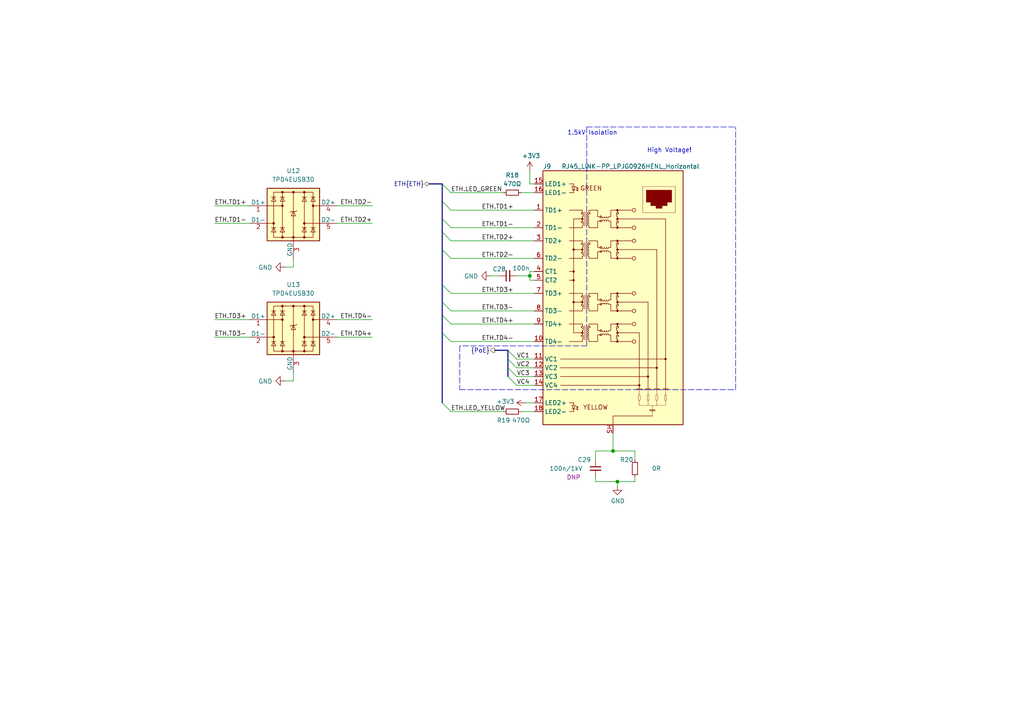
<source format=kicad_sch>
(kicad_sch (version 20210123) (generator eeschema)
  (paper "A4")
  (title_block (title "Ethernet") (date "2021-01-12") (rev "0.1") (company "Nabu Casa") (comment 1 "www.nabucasa.com") (comment 2 "Light Blue"))
  (lib_symbols
    (symbol "Device:C_Small" (pin_numbers hide) (pin_names (offset 0.254) hide)
      (property "Reference" "C" (at 0.254 1.778 0))
      (property "Value" "C_Small" (at 0.254 -2.032 0))
      (symbol "C_Small_0_1"
        (polyline (pts (xy -1.524 -0.508) (xy 1.524 -0.508)) (stroke (width 0.3302)))
        (polyline (pts (xy -1.524 0.508) (xy 1.524 0.508)) (stroke (width 0.3048)))
      )
      (symbol "C_Small_1_1"
        (pin passive line (at 0 2.54 270) (length 2.032) (name "~") (number "1"))
        (pin passive line (at 0 -2.54 90) (length 2.032) (name "~") (number "2"))
      )
    )
    (symbol "Device:R_Small" (pin_numbers hide) (pin_names (offset 0.254) hide)
      (property "Reference" "R" (at 0.762 0.508 0))
      (property "Value" "R_Small" (at 0.762 -1.016 0))
      (symbol "R_Small_0_1"
        (rectangle (start -0.762 1.778) (end 0.762 -1.778) (stroke (width 0.2032)))
      )
      (symbol "R_Small_1_1"
        (pin passive line (at 0 2.54 270) (length 0.762) (name "~") (number "1"))
        (pin passive line (at 0 -2.54 90) (length 0.762) (name "~") (number "2"))
      )
    )
    (symbol "LightBlue:RJ45_LINK-PP_LPJG0926HENL_Horizontal"
      (property "Reference" "J" (at -20.32 38.1 0))
      (property "Value" "RJ45_LINK-PP_LPJG0926HENL_Horizontal" (at 5.08 38.1 0))
      (symbol "RJ45_LINK-PP_LPJG0926HENL_Horizontal_0_0"
        (text "GREEN" (at -6.35 31.75 0) (effects (font (size 1.27 1.27))))
        (text "YELLOW" (at -5.08 -31.75 0) (effects (font (size 1.27 1.27))))
        (rectangle (start 7.366 -28.194) (end 7.874 -29.718) (stroke (width 0.0006)))
        (rectangle (start 9.906 -28.194) (end 10.414 -29.718) (stroke (width 0.0006)))
        (rectangle (start 12.446 -28.194) (end 12.954 -29.718) (stroke (width 0.0006)))
        (rectangle (start 14.986 -28.194) (end 15.494 -29.718) (stroke (width 0.0006)))
        (rectangle (start 9.652 31.242) (end 17.018 27.686) (stroke (width 0.0006)) (fill (type outline)))
        (rectangle (start 10.922 27.686) (end 15.748 26.67) (stroke (width 0.0006)) (fill (type outline)))
        (rectangle (start 12.446 26.67) (end 14.224 25.908) (stroke (width 0.0006)) (fill (type outline)))
        (rectangle (start 8.636 32.258) (end 18.034 24.638) (stroke (width 0.0006)))
        (polyline (pts (xy 7.62 -29.718) (xy 7.62 -31.242)) (stroke (width 0.0006)))
        (polyline (pts (xy 7.62 -31.242) (xy 15.24 -31.242)) (stroke (width 0.0006)))
        (polyline (pts (xy 11.43 -32.512) (xy 11.43 -31.242)) (stroke (width 0.0006)))
        (polyline (pts (xy 10.16 -29.718) (xy 10.16 -31.242)) (stroke (width 0.0006)))
        (polyline (pts (xy 12.7 -29.718) (xy 12.7 -31.242)) (stroke (width 0.0006)))
        (polyline (pts (xy 15.24 -29.718) (xy 15.24 -31.242)) (stroke (width 0.0006)))
        (polyline (pts (xy 15.24 -26.67) (xy 15.24 -28.194)) (stroke (width 0.0006)))
        (polyline (pts (xy 10.16 -26.67) (xy 10.16 -28.194)) (stroke (width 0.0006)))
        (polyline (pts (xy 12.7 -26.67) (xy 12.7 -28.194)) (stroke (width 0.0006)))
        (polyline (pts (xy 7.62 -26.67) (xy 7.62 -28.194)) (stroke (width 0.0006)))
        (polyline (pts (xy 11.43 -34.29) (xy 11.43 -32.766)) (stroke (width 0.0006)))
      )
      (symbol "RJ45_LINK-PP_LPJG0926HENL_Horizontal_0_1"
        (arc (start -8.89 -12.065) (end -8.89 -11.43) (radius (at -8.89 -11.7602) (length 0.3048) (angles -89.9 89.9)))
        (arc (start -8.89 -11.43) (end -8.89 -10.795) (radius (at -8.89 -11.1252) (length 0.3048) (angles -89.9 89.9)))
        (arc (start -8.89 -9.525) (end -8.89 -8.89) (radius (at -8.89 -9.2202) (length 0.3048) (angles -89.9 89.9)))
        (arc (start -8.89 -8.89) (end -8.89 -8.255) (radius (at -8.89 -8.5852) (length 0.3048) (angles -89.9 89.9)))
        (arc (start -8.89 -3.175) (end -8.89 -2.54) (radius (at -8.89 -2.8702) (length 0.3048) (angles -89.9 89.9)))
        (arc (start -8.89 -2.54) (end -8.89 -1.905) (radius (at -8.89 -2.2352) (length 0.3048) (angles -89.9 89.9)))
        (arc (start -8.89 -0.635) (end -8.89 0) (radius (at -8.89 -0.3302) (length 0.3048) (angles -89.9 89.9)))
        (arc (start -8.89 0) (end -8.89 0.635) (radius (at -8.89 0.3048) (length 0.3048) (angles -89.9 89.9)))
        (arc (start -8.89 12.065) (end -8.89 12.7) (radius (at -8.89 12.3698) (length 0.3048) (angles -89.9 89.9)))
        (arc (start -8.89 12.7) (end -8.89 13.335) (radius (at -8.89 13.0048) (length 0.3048) (angles -89.9 89.9)))
        (arc (start -8.89 14.605) (end -8.89 15.24) (radius (at -8.89 14.9098) (length 0.3048) (angles -89.9 89.9)))
        (arc (start -8.89 15.24) (end -8.89 15.875) (radius (at -8.89 15.5448) (length 0.3048) (angles -89.9 89.9)))
        (arc (start -8.89 20.955) (end -8.89 21.59) (radius (at -8.89 21.2598) (length 0.3048) (angles -89.9 89.9)))
        (arc (start -8.89 21.59) (end -8.89 22.225) (radius (at -8.89 21.8948) (length 0.3048) (angles -89.9 89.9)))
        (arc (start -8.89 23.495) (end -8.89 24.13) (radius (at -8.89 23.7998) (length 0.3048) (angles -89.9 89.9)))
        (arc (start -8.89 24.13) (end -8.89 24.765) (radius (at -8.89 24.4348) (length 0.3048) (angles -89.9 89.9)))
        (arc (start -6.985 -11.43) (end -6.985 -12.065) (radius (at -6.985 -11.7348) (length 0.3048) (angles 90.1 -90.1)))
        (arc (start -6.985 -10.795) (end -6.985 -11.43) (radius (at -6.985 -11.0998) (length 0.3048) (angles 90.1 -90.1)))
        (arc (start -6.985 -10.16) (end -6.985 -10.795) (radius (at -6.985 -10.4648) (length 0.3048) (angles 90.1 -90.1)))
        (arc (start -6.985 -9.525) (end -6.985 -10.16) (radius (at -6.985 -9.8298) (length 0.3048) (angles 90.1 -90.1)))
        (arc (start -6.985 -8.89) (end -6.985 -9.525) (radius (at -6.985 -9.1948) (length 0.3048) (angles 90.1 -90.1)))
        (arc (start -6.985 -8.255) (end -6.985 -8.89) (radius (at -6.985 -8.5598) (length 0.3048) (angles 90.1 -90.1)))
        (arc (start -6.985 -2.54) (end -6.985 -3.175) (radius (at -6.985 -2.8448) (length 0.3048) (angles 90.1 -90.1)))
        (arc (start -6.985 -1.905) (end -6.985 -2.54) (radius (at -6.985 -2.2098) (length 0.3048) (angles 90.1 -90.1)))
        (arc (start -6.985 -1.27) (end -6.985 -1.905) (radius (at -6.985 -1.5748) (length 0.3048) (angles 90.1 -90.1)))
        (arc (start -6.985 -0.635) (end -6.985 -1.27) (radius (at -6.985 -0.9398) (length 0.3048) (angles 90.1 -90.1)))
        (arc (start -6.985 0) (end -6.985 -0.635) (radius (at -6.985 -0.3048) (length 0.3048) (angles 90.1 -90.1)))
        (arc (start -6.985 0.635) (end -6.985 0) (radius (at -6.985 0.3302) (length 0.3048) (angles 90.1 -90.1)))
        (arc (start -6.985 12.7) (end -6.985 12.065) (radius (at -6.985 12.3952) (length 0.3048) (angles 90.1 -90.1)))
        (arc (start -6.985 13.335) (end -6.985 12.7) (radius (at -6.985 13.0302) (length 0.3048) (angles 90.1 -90.1)))
        (arc (start -6.985 13.97) (end -6.985 13.335) (radius (at -6.985 13.6652) (length 0.3048) (angles 90.1 -90.1)))
        (arc (start -6.985 14.605) (end -6.985 13.97) (radius (at -6.985 14.3002) (length 0.3048) (angles 90.1 -90.1)))
        (arc (start -6.985 15.24) (end -6.985 14.605) (radius (at -6.985 14.9352) (length 0.3048) (angles 90.1 -90.1)))
        (arc (start -6.985 15.875) (end -6.985 15.24) (radius (at -6.985 15.5702) (length 0.3048) (angles 90.1 -90.1)))
        (arc (start -6.985 21.59) (end -6.985 20.955) (radius (at -6.985 21.2852) (length 0.3048) (angles 90.1 -90.1)))
        (arc (start -6.985 22.225) (end -6.985 21.59) (radius (at -6.985 21.9202) (length 0.3048) (angles 90.1 -90.1)))
        (arc (start -6.985 22.86) (end -6.985 22.225) (radius (at -6.985 22.5552) (length 0.3048) (angles 90.1 -90.1)))
        (arc (start -6.985 23.495) (end -6.985 22.86) (radius (at -6.985 23.1902) (length 0.3048) (angles 90.1 -90.1)))
        (arc (start -6.985 24.13) (end -6.985 23.495) (radius (at -6.985 23.8252) (length 0.3048) (angles 90.1 -90.1)))
        (arc (start -6.985 24.765) (end -6.985 24.13) (radius (at -6.985 24.4602) (length 0.3048) (angles 90.1 -90.1)))
        (arc (start -3.81 -9.525) (end -3.175 -9.525) (radius (at -3.5052 -9.525) (length 0.3048) (angles -179.9 -0.1)))
        (arc (start -3.81 -0.635) (end -3.175 -0.635) (radius (at -3.5052 -0.635) (length 0.3048) (angles -179.9 -0.1)))
        (arc (start -3.81 14.605) (end -3.175 14.605) (radius (at -3.5052 14.605) (length 0.3048) (angles -179.9 -0.1)))
        (arc (start -3.81 23.495) (end -3.175 23.495) (radius (at -3.5052 23.495) (length 0.3048) (angles -179.9 -0.1)))
        (arc (start -3.175 -10.795) (end -3.81 -10.795) (radius (at -3.4798 -10.795) (length 0.3048) (angles 0.1 179.9)))
        (arc (start -3.175 -1.905) (end -3.81 -1.905) (radius (at -3.4798 -1.905) (length 0.3048) (angles 0.1 179.9)))
        (arc (start -3.175 13.335) (end -3.81 13.335) (radius (at -3.4798 13.335) (length 0.3048) (angles 0.1 179.9)))
        (arc (start -3.175 22.225) (end -3.81 22.225) (radius (at -3.4798 22.225) (length 0.3048) (angles 0.1 179.9)))
        (arc (start -3.175 -9.525) (end -2.54 -9.525) (radius (at -2.8702 -9.525) (length 0.3048) (angles -179.9 -0.1)))
        (arc (start -3.175 -0.635) (end -2.54 -0.635) (radius (at -2.8702 -0.635) (length 0.3048) (angles -179.9 -0.1)))
        (arc (start -3.175 14.605) (end -2.54 14.605) (radius (at -2.8702 14.605) (length 0.3048) (angles -179.9 -0.1)))
        (arc (start -3.175 23.495) (end -2.54 23.495) (radius (at -2.8702 23.495) (length 0.3048) (angles -179.9 -0.1)))
        (arc (start -2.54 -10.795) (end -3.175 -10.795) (radius (at -2.8448 -10.795) (length 0.3048) (angles 0.1 179.9)))
        (arc (start -2.54 -1.905) (end -3.175 -1.905) (radius (at -2.8448 -1.905) (length 0.3048) (angles 0.1 179.9)))
        (arc (start -2.54 13.335) (end -3.175 13.335) (radius (at -2.8448 13.335) (length 0.3048) (angles 0.1 179.9)))
        (arc (start -2.54 22.225) (end -3.175 22.225) (radius (at -2.8448 22.225) (length 0.3048) (angles 0.1 179.9)))
        (arc (start -2.54 -9.525) (end -1.905 -9.525) (radius (at -2.2352 -9.525) (length 0.3048) (angles -179.9 -0.1)))
        (arc (start -2.54 -0.635) (end -1.905 -0.635) (radius (at -2.2352 -0.635) (length 0.3048) (angles -179.9 -0.1)))
        (arc (start -2.54 14.605) (end -1.905 14.605) (radius (at -2.2352 14.605) (length 0.3048) (angles -179.9 -0.1)))
        (arc (start -2.54 23.495) (end -1.905 23.495) (radius (at -2.2352 23.495) (length 0.3048) (angles -179.9 -0.1)))
        (arc (start -1.905 -10.795) (end -2.54 -10.795) (radius (at -2.2098 -10.795) (length 0.3048) (angles 0.1 179.9)))
        (arc (start -1.905 -1.905) (end -2.54 -1.905) (radius (at -2.2098 -1.905) (length 0.3048) (angles 0.1 179.9)))
        (arc (start -1.905 13.335) (end -2.54 13.335) (radius (at -2.2098 13.335) (length 0.3048) (angles 0.1 179.9)))
        (arc (start -1.905 22.225) (end -2.54 22.225) (radius (at -2.2098 22.225) (length 0.3048) (angles 0.1 179.9)))
        (arc (start -1.905 -9.525) (end -1.27 -9.525) (radius (at -1.6002 -9.525) (length 0.3048) (angles -179.9 -0.1)))
        (arc (start -1.905 -0.635) (end -1.27 -0.635) (radius (at -1.6002 -0.635) (length 0.3048) (angles -179.9 -0.1)))
        (arc (start -1.905 14.605) (end -1.27 14.605) (radius (at -1.6002 14.605) (length 0.3048) (angles -179.9 -0.1)))
        (arc (start -1.905 23.495) (end -1.27 23.495) (radius (at -1.6002 23.495) (length 0.3048) (angles -179.9 -0.1)))
        (arc (start -1.27 -10.795) (end -1.905 -10.795) (radius (at -1.5748 -10.795) (length 0.3048) (angles 0.1 179.9)))
        (arc (start -1.27 -1.905) (end -1.905 -1.905) (radius (at -1.5748 -1.905) (length 0.3048) (angles 0.1 179.9)))
        (arc (start -1.27 13.335) (end -1.905 13.335) (radius (at -1.5748 13.335) (length 0.3048) (angles 0.1 179.9)))
        (arc (start -1.27 22.225) (end -1.905 22.225) (radius (at -1.5748 22.225) (length 0.3048) (angles 0.1 179.9)))
        (arc (start 1.27 -11.43) (end 1.27 -12.065) (radius (at 1.27 -11.7602) (length 0.3048) (angles 90.1 -90.1)))
        (arc (start 1.27 -10.795) (end 1.27 -11.43) (radius (at 1.27 -11.1252) (length 0.3048) (angles 90.1 -90.1)))
        (arc (start 1.27 -8.89) (end 1.27 -9.525) (radius (at 1.27 -9.2202) (length 0.3048) (angles 90.1 -90.1)))
        (arc (start 1.27 -8.255) (end 1.27 -8.89) (radius (at 1.27 -8.5852) (length 0.3048) (angles 90.1 -90.1)))
        (arc (start 1.27 -2.54) (end 1.27 -3.175) (radius (at 1.27 -2.8702) (length 0.3048) (angles 90.1 -90.1)))
        (arc (start 1.27 -1.905) (end 1.27 -2.54) (radius (at 1.27 -2.2352) (length 0.3048) (angles 90.1 -90.1)))
        (arc (start 1.27 0) (end 1.27 -0.635) (radius (at 1.27 -0.3302) (length 0.3048) (angles 90.1 -90.1)))
        (arc (start 1.27 0.635) (end 1.27 0) (radius (at 1.27 0.3048) (length 0.3048) (angles 90.1 -90.1)))
        (arc (start 1.27 12.7) (end 1.27 12.065) (radius (at 1.27 12.3698) (length 0.3048) (angles 90.1 -90.1)))
        (arc (start 1.27 13.335) (end 1.27 12.7) (radius (at 1.27 13.0048) (length 0.3048) (angles 90.1 -90.1)))
        (arc (start 1.27 15.24) (end 1.27 14.605) (radius (at 1.27 14.9098) (length 0.3048) (angles 90.1 -90.1)))
        (arc (start 1.27 15.875) (end 1.27 15.24) (radius (at 1.27 15.5448) (length 0.3048) (angles 90.1 -90.1)))
        (arc (start 1.27 21.59) (end 1.27 20.955) (radius (at 1.27 21.2598) (length 0.3048) (angles 90.1 -90.1)))
        (arc (start 1.27 22.225) (end 1.27 21.59) (radius (at 1.27 21.8948) (length 0.3048) (angles 90.1 -90.1)))
        (arc (start 1.27 24.13) (end 1.27 23.495) (radius (at 1.27 23.7998) (length 0.3048) (angles 90.1 -90.1)))
        (arc (start 1.27 24.765) (end 1.27 24.13) (radius (at 1.27 24.4348) (length 0.3048) (angles 90.1 -90.1)))
        (circle (center -9.144 -11.049) (radius 0.127) (fill (type outline)))
        (circle (center -9.144 -8.509) (radius 0.127) (fill (type outline)))
        (circle (center -9.144 -2.159) (radius 0.127) (fill (type outline)))
        (circle (center -9.144 0.381) (radius 0.127) (fill (type outline)))
        (circle (center -9.144 13.081) (radius 0.127) (fill (type outline)))
        (circle (center -9.144 15.621) (radius 0.127) (fill (type outline)))
        (circle (center -9.144 21.971) (radius 0.127) (fill (type outline)))
        (circle (center -9.144 24.511) (radius 0.127) (fill (type outline)))
        (circle (center -8.89 -10.16) (radius 0.254) (fill (type outline)))
        (circle (center -8.89 -1.27) (radius 0.254) (fill (type outline)))
        (circle (center -8.89 13.97) (radius 0.254) (fill (type outline)))
        (circle (center -8.89 22.86) (radius 0.254) (fill (type outline)))
        (circle (center -6.731 -8.509) (radius 0.127) (fill (type outline)))
        (circle (center -6.731 0.381) (radius 0.127) (fill (type outline)))
        (circle (center -6.731 15.621) (radius 0.127) (fill (type outline)))
        (circle (center -6.731 24.511) (radius 0.127) (fill (type outline)))
        (circle (center -3.5306 -10.8966) (radius 0.127) (fill (type outline)))
        (circle (center -3.5306 -9.3726) (radius 0.127) (fill (type outline)))
        (circle (center -3.5306 -2.0066) (radius 0.127) (fill (type outline)))
        (circle (center -3.5306 -0.4826) (radius 0.127) (fill (type outline)))
        (circle (center -3.5306 13.2334) (radius 0.127) (fill (type outline)))
        (circle (center -3.5306 14.7574) (radius 0.127) (fill (type outline)))
        (circle (center -3.5306 22.1234) (radius 0.127) (fill (type outline)))
        (circle (center -3.5306 23.6474) (radius 0.127) (fill (type outline)))
        (circle (center 1.27 -12.7) (radius 0.254) (fill (type outline)))
        (circle (center 1.27 -10.16) (radius 0.254) (fill (type outline)))
        (circle (center 1.27 -7.62) (radius 0.254) (fill (type outline)))
        (circle (center 1.27 -3.81) (radius 0.254) (fill (type outline)))
        (circle (center 1.27 -1.27) (radius 0.254) (fill (type outline)))
        (circle (center 1.27 1.27) (radius 0.254) (fill (type outline)))
        (circle (center 1.27 11.43) (radius 0.254) (fill (type outline)))
        (circle (center 1.27 13.97) (radius 0.254) (fill (type outline)))
        (circle (center 1.27 16.51) (radius 0.254) (fill (type outline)))
        (circle (center 1.27 20.32) (radius 0.254) (fill (type outline)))
        (circle (center 1.27 22.86) (radius 0.254) (fill (type outline)))
        (circle (center 1.27 25.4) (radius 0.254) (fill (type outline)))
        (circle (center 1.524 -11.049) (radius 0.127) (fill (type outline)))
        (circle (center 1.524 -8.509) (radius 0.127) (fill (type outline)))
        (circle (center 1.524 -2.159) (radius 0.127) (fill (type outline)))
        (circle (center 1.524 0.381) (radius 0.127) (fill (type outline)))
        (circle (center 1.524 13.081) (radius 0.127) (fill (type outline)))
        (circle (center 1.524 15.621) (radius 0.127) (fill (type outline)))
        (circle (center 1.524 21.971) (radius 0.127) (fill (type outline)))
        (circle (center 1.524 24.511) (radius 0.127) (fill (type outline)))
        (circle (center 6.096 -12.7) (radius 0.508))
        (circle (center 6.096 -7.62) (radius 0.508))
        (circle (center 6.096 -3.81) (radius 0.508))
        (circle (center 6.096 1.27) (radius 0.508))
        (circle (center 6.096 11.43) (radius 0.508))
        (circle (center 6.096 16.51) (radius 0.508))
        (circle (center 6.096 20.32) (radius 0.508))
        (circle (center 6.096 25.4) (radius 0.508))
        (circle (center 7.62 -25.4) (radius 0.254) (fill (type outline)))
        (circle (center 10.16 -22.86) (radius 0.254) (fill (type outline)))
        (circle (center 12.7 -20.32) (radius 0.254) (fill (type outline)))
        (circle (center 15.24 -17.78) (radius 0.254) (fill (type outline)))
        (circle (center -11.43 -1.27) (radius 0.254) (fill (type outline)))
        (circle (center -11.43 13.97) (radius 0.254) (fill (type outline)))
        (circle (center -11.43 7.62) (radius 0.254) (fill (type outline)))
        (circle (center -11.43 5.08) (radius 0.254) (fill (type outline)))
        (rectangle (start -20.32 36.83) (end 20.32 -36.83) (stroke (width 0.254)) (fill (type background)))
        (polyline (pts (xy -12.7 -12.7) (xy -8.89 -12.7)))
        (polyline (pts (xy -12.7 5.08) (xy -11.43 5.08)))
        (polyline (pts (xy -12.7 -7.62) (xy -8.89 -7.62)))
        (polyline (pts (xy -12.7 -3.81) (xy -8.89 -3.81)))
        (polyline (pts (xy -12.7 7.62) (xy -11.43 7.62)))
        (polyline (pts (xy -12.7 1.27) (xy -8.89 1.27)))
        (polyline (pts (xy -12.7 11.43) (xy -8.89 11.43)))
        (polyline (pts (xy -12.7 16.51) (xy -8.89 16.51)))
        (polyline (pts (xy -12.7 20.32) (xy -8.89 20.32)))
        (polyline (pts (xy -12.7 25.4) (xy -8.89 25.4)))
        (polyline (pts (xy -11.43 -10.16) (xy -8.89 -10.16)))
        (polyline (pts (xy -11.43 -1.27) (xy -8.89 -1.27)))
        (polyline (pts (xy -11.43 13.97) (xy -8.89 13.97)))
        (polyline (pts (xy -11.43 22.86) (xy -8.89 22.86)))
        (polyline (pts (xy -8.89 -12.7) (xy -8.89 -12.065)))
        (polyline (pts (xy -8.89 -10.16) (xy -8.89 -10.795)))
        (polyline (pts (xy -8.89 -10.16) (xy -8.89 -9.525)))
        (polyline (pts (xy -8.89 -7.62) (xy -8.89 -8.255)))
        (polyline (pts (xy -8.89 -3.81) (xy -8.89 -3.175)))
        (polyline (pts (xy -8.89 -1.27) (xy -8.89 -1.905)))
        (polyline (pts (xy -8.89 -1.27) (xy -8.89 -0.635)))
        (polyline (pts (xy -8.89 1.27) (xy -8.89 0.635)))
        (polyline (pts (xy -8.89 11.43) (xy -8.89 12.065)))
        (polyline (pts (xy -8.89 13.97) (xy -8.89 13.335)))
        (polyline (pts (xy -8.89 13.97) (xy -8.89 14.605)))
        (polyline (pts (xy -8.89 16.51) (xy -8.89 15.875)))
        (polyline (pts (xy -8.89 20.32) (xy -8.89 20.955)))
        (polyline (pts (xy -8.89 22.86) (xy -8.89 22.225)))
        (polyline (pts (xy -8.89 22.86) (xy -8.89 23.495)))
        (polyline (pts (xy -8.89 25.4) (xy -8.89 24.765)))
        (polyline (pts (xy -8.128 -12.192) (xy -8.128 -8.128)))
        (polyline (pts (xy -8.128 -3.302) (xy -8.128 0.762)))
        (polyline (pts (xy -8.128 11.938) (xy -8.128 16.002)))
        (polyline (pts (xy -8.128 20.828) (xy -8.128 24.892)))
        (polyline (pts (xy -7.62 -12.192) (xy -7.62 -8.128)))
        (polyline (pts (xy -7.62 -3.302) (xy -7.62 0.762)))
        (polyline (pts (xy -7.62 11.938) (xy -7.62 16.002)))
        (polyline (pts (xy -7.62 20.828) (xy -7.62 24.892)))
        (polyline (pts (xy -4.445 -9.525) (xy -3.81 -9.525)))
        (polyline (pts (xy -4.445 -0.635) (xy -3.81 -0.635)))
        (polyline (pts (xy -4.445 14.605) (xy -3.81 14.605)))
        (polyline (pts (xy -4.445 23.495) (xy -3.81 23.495)))
        (polyline (pts (xy -0.635 -12.7) (xy 0.635 -12.7)))
        (polyline (pts (xy -0.635 -7.62) (xy 0.635 -7.62)))
        (polyline (pts (xy -0.635 -3.81) (xy 0.635 -3.81)))
        (polyline (pts (xy -0.635 1.27) (xy 0.635 1.27)))
        (polyline (pts (xy -0.635 11.43) (xy 0.635 11.43)))
        (polyline (pts (xy -0.635 16.51) (xy 0.635 16.51)))
        (polyline (pts (xy -0.635 20.32) (xy 0.635 20.32)))
        (polyline (pts (xy -0.635 25.4) (xy 0.635 25.4)))
        (polyline (pts (xy 1.27 -12.7) (xy 1.27 -12.065)))
        (polyline (pts (xy 1.27 -10.16) (xy 1.27 -10.795)))
        (polyline (pts (xy 1.27 -10.16) (xy 1.27 -9.525)))
        (polyline (pts (xy 1.27 -7.62) (xy 1.27 -8.255)))
        (polyline (pts (xy 1.27 -3.81) (xy 1.27 -3.175)))
        (polyline (pts (xy 1.27 -1.27) (xy 1.27 -1.905)))
        (polyline (pts (xy 1.27 -1.27) (xy 1.27 -0.635)))
        (polyline (pts (xy 1.27 1.27) (xy 1.27 0.635)))
        (polyline (pts (xy 1.27 11.43) (xy 1.27 12.065)))
        (polyline (pts (xy 1.27 13.97) (xy 1.27 13.335)))
        (polyline (pts (xy 1.27 13.97) (xy 1.27 14.605)))
        (polyline (pts (xy 1.27 16.51) (xy 1.27 15.875)))
        (polyline (pts (xy 1.27 20.32) (xy 1.27 20.955)))
        (polyline (pts (xy 1.27 22.86) (xy 1.27 22.225)))
        (polyline (pts (xy 1.27 22.86) (xy 1.27 23.495)))
        (polyline (pts (xy 1.27 25.4) (xy 1.27 24.765)))
        (polyline (pts (xy 8.382 -26.416) (xy 6.858 -26.416)))
        (polyline (pts (xy 2.54 -12.7) (xy 1.27 -12.7)))
        (polyline (pts (xy 2.54 -12.7) (xy 5.588 -12.7)))
        (polyline (pts (xy 2.54 -10.16) (xy 1.27 -10.16)))
        (polyline (pts (xy 2.54 -7.62) (xy 1.27 -7.62)))
        (polyline (pts (xy 2.54 -7.62) (xy 5.588 -7.62)))
        (polyline (pts (xy 2.54 -3.81) (xy 1.27 -3.81)))
        (polyline (pts (xy 2.54 -3.81) (xy 5.588 -3.81)))
        (polyline (pts (xy 2.54 -1.27) (xy 1.27 -1.27)))
        (polyline (pts (xy 2.54 1.27) (xy 1.27 1.27)))
        (polyline (pts (xy 2.54 1.27) (xy 5.588 1.27)))
        (polyline (pts (xy 2.54 11.43) (xy 1.27 11.43)))
        (polyline (pts (xy 2.54 11.43) (xy 5.588 11.43)))
        (polyline (pts (xy 2.54 13.97) (xy 1.27 13.97)))
        (polyline (pts (xy 2.54 16.51) (xy 1.27 16.51)))
        (polyline (pts (xy 2.54 16.51) (xy 5.588 16.51)))
        (polyline (pts (xy 2.54 20.32) (xy 1.27 20.32)))
        (polyline (pts (xy 2.54 20.32) (xy 5.588 20.32)))
        (polyline (pts (xy 2.54 22.86) (xy 1.27 22.86)))
        (polyline (pts (xy 2.54 25.4) (xy 1.27 25.4)))
        (polyline (pts (xy 2.54 25.4) (xy 5.588 25.4)))
        (polyline (pts (xy 2.54 -10.16) (xy 7.62 -10.16)))
        (polyline (pts (xy 2.54 -1.27) (xy 10.16 -1.27)))
        (polyline (pts (xy 2.54 13.97) (xy 12.7 13.97)))
        (polyline (pts (xy 7.62 -26.416) (xy 7.62 -10.16)))
        (polyline (pts (xy 15.24 22.86) (xy 2.54 22.86)))
        (polyline (pts (xy -6.985 -12.065) (xy -6.985 -12.7) (xy -5.08 -12.7)))
        (polyline (pts (xy -6.985 -8.255) (xy -6.985 -7.62) (xy -5.08 -7.62)))
        (polyline (pts (xy -6.985 -3.175) (xy -6.985 -3.81) (xy -5.08 -3.81)))
        (polyline (pts (xy -6.985 0.635) (xy -6.985 1.27) (xy -5.08 1.27)))
        (polyline (pts (xy -6.985 12.065) (xy -6.985 11.43) (xy -5.08 11.43)))
        (polyline (pts (xy -6.985 15.875) (xy -6.985 16.51) (xy -5.08 16.51)))
        (polyline (pts (xy -6.985 20.955) (xy -6.985 20.32) (xy -5.08 20.32)))
        (polyline (pts (xy -6.985 24.765) (xy -6.985 25.4) (xy -5.08 25.4)))
        (polyline (pts (xy -5.08 -7.62) (xy -4.445 -7.62) (xy -4.445 -9.525)))
        (polyline (pts (xy -5.08 1.27) (xy -4.445 1.27) (xy -4.445 -0.635)))
        (polyline (pts (xy -5.08 16.51) (xy -4.445 16.51) (xy -4.445 14.605)))
        (polyline (pts (xy -5.08 25.4) (xy -4.445 25.4) (xy -4.445 23.495)))
        (polyline (pts (xy -1.27 -10.795) (xy -0.635 -10.795) (xy -0.635 -12.7)))
        (polyline (pts (xy -1.27 -9.525) (xy -0.635 -9.525) (xy -0.635 -7.62)))
        (polyline (pts (xy -1.27 -1.905) (xy -0.635 -1.905) (xy -0.635 -3.81)))
        (polyline (pts (xy -1.27 -0.635) (xy -0.635 -0.635) (xy -0.635 1.27)))
        (polyline (pts (xy -1.27 13.335) (xy -0.635 13.335) (xy -0.635 11.43)))
        (polyline (pts (xy -1.27 14.605) (xy -0.635 14.605) (xy -0.635 16.51)))
        (polyline (pts (xy -1.27 22.225) (xy -0.635 22.225) (xy -0.635 20.32)))
        (polyline (pts (xy -1.27 23.495) (xy -0.635 23.495) (xy -0.635 25.4)))
        (polyline (pts (xy 0.635 -12.7) (xy 1.27 -12.7) (xy 1.27 -12.065)))
        (polyline (pts (xy 0.635 -7.62) (xy 1.27 -7.62) (xy 1.27 -8.255)))
        (polyline (pts (xy 0.635 -3.81) (xy 1.27 -3.81) (xy 1.27 -3.175)))
        (polyline (pts (xy 0.635 1.27) (xy 1.27 1.27) (xy 1.27 0.635)))
        (polyline (pts (xy 0.635 11.43) (xy 1.27 11.43) (xy 1.27 12.065)))
        (polyline (pts (xy 0.635 16.51) (xy 1.27 16.51) (xy 1.27 15.875)))
        (polyline (pts (xy 0.635 20.32) (xy 1.27 20.32) (xy 1.27 20.955)))
        (polyline (pts (xy 0.635 25.4) (xy 1.27 25.4) (xy 1.27 24.765)))
        (polyline (pts (xy 11.43 -34.29) (xy 0 -34.29) (xy 0 -36.83)))
        (polyline (pts (xy -5.08 -12.7) (xy -4.445 -12.7) (xy -4.445 -10.795) (xy -3.81 -10.795)))
        (polyline (pts (xy -5.08 -3.81) (xy -4.445 -3.81) (xy -4.445 -1.905) (xy -3.81 -1.905)))
        (polyline (pts (xy -5.08 11.43) (xy -4.445 11.43) (xy -4.445 13.335) (xy -3.81 13.335)))
        (polyline (pts (xy -5.08 20.32) (xy -4.445 20.32) (xy -4.445 22.225) (xy -3.81 22.225)))
        (polyline (pts (xy 8.382 -26.67) (xy 6.858 -26.67)))
        (polyline (pts (xy 10.16 -26.416) (xy 10.16 -1.27)))
        (polyline (pts (xy 12.7 -26.416) (xy 12.7 13.97)))
        (polyline (pts (xy 15.24 -26.416) (xy 15.24 22.86)))
        (polyline (pts (xy 10.922 -26.416) (xy 9.398 -26.416)))
        (polyline (pts (xy 10.922 -26.67) (xy 9.398 -26.67)))
        (polyline (pts (xy 13.462 -26.416) (xy 11.938 -26.416)))
        (polyline (pts (xy 13.462 -26.67) (xy 11.938 -26.67)))
        (polyline (pts (xy 16.002 -26.416) (xy 14.478 -26.416)))
        (polyline (pts (xy 16.002 -26.67) (xy 14.478 -26.67)))
        (polyline (pts (xy -15.24 -17.78) (xy 15.24 -17.78)))
        (polyline (pts (xy -15.24 -20.32) (xy 12.7 -20.32)))
        (polyline (pts (xy -15.24 -22.86) (xy 10.16 -22.86)))
        (polyline (pts (xy -15.24 -25.4) (xy 7.62 -25.4)))
        (polyline (pts (xy 12.192 -32.766) (xy 10.668 -32.766)))
        (polyline (pts (xy 12.192 -32.512) (xy 10.668 -32.512)))
        (polyline (pts (xy -11.43 -10.16) (xy -11.43 22.86)))
      )
      (symbol "RJ45_LINK-PP_LPJG0926HENL_Horizontal_1_1"
        (polyline (pts (xy -12.7 -33.02) (xy -11.43 -33.02)))
        (polyline (pts (xy -12.7 -30.48) (xy -11.43 -30.48)))
        (polyline (pts (xy -12.7 30.48) (xy -11.43 30.48)))
        (polyline (pts (xy -12.7 33.02) (xy -11.43 33.02)))
        (polyline (pts (xy -11.938 -32.258) (xy -10.922 -32.258)))
        (polyline (pts (xy -11.938 31.242) (xy -10.922 31.242)))
        (polyline (pts (xy -11.43 -33.02) (xy -11.43 -32.258)))
        (polyline (pts (xy -11.43 -30.48) (xy -11.43 -31.242)))
        (polyline (pts (xy -11.43 30.48) (xy -11.43 31.242)))
        (polyline (pts (xy -11.43 33.02) (xy -11.43 32.258)))
        (polyline (pts (xy -10.16 -32.512) (xy -10.287 -32.131)))
        (polyline (pts (xy -10.16 -31.877) (xy -10.287 -31.496)))
        (polyline (pts (xy -10.16 30.988) (xy -10.287 31.369)))
        (polyline (pts (xy -10.16 31.623) (xy -10.287 32.004)))
        (polyline (pts (xy -10.668 -32.004) (xy -10.16 -32.512) (xy -10.541 -32.385)))
        (polyline (pts (xy -10.668 -31.369) (xy -10.16 -31.877) (xy -10.541 -31.75)))
        (polyline (pts (xy -10.668 31.496) (xy -10.16 30.988) (xy -10.541 31.115)))
        (polyline (pts (xy -10.668 32.131) (xy -10.16 31.623) (xy -10.541 31.75)))
        (polyline (pts (xy -11.43 -32.258) (xy -11.938 -31.242) (xy -10.922 -31.242) (xy -11.43 -32.258)))
        (polyline (pts (xy -11.43 31.242) (xy -11.938 32.258) (xy -10.922 32.258) (xy -11.43 31.242)))
        (pin passive line (at -22.86 7.62 0) (length 2.54) (name "CT1") (number "4"))
        (pin passive line (at -22.86 20.32 0) (length 2.54) (name "TD1-") (number "2"))
        (pin passive line (at -22.86 25.4 0) (length 2.54) (name "TD1+") (number "1"))
        (pin passive line (at -22.86 -33.02 0) (length 2.54) (name "LED2-") (number "18"))
        (pin passive line (at -22.86 -30.48 0) (length 2.54) (name "LED2+") (number "17"))
        (pin passive line (at -22.86 30.48 0) (length 2.54) (name "LED1-") (number "16"))
        (pin passive line (at -22.86 33.02 0) (length 2.54) (name "LED1+") (number "15"))
        (pin passive line (at -22.86 -3.81 0) (length 2.54) (name "TD3-") (number "8"))
        (pin passive line (at -22.86 1.27 0) (length 2.54) (name "TD3+") (number "7"))
        (pin passive line (at -22.86 16.51 0) (length 2.54) (name "TD2+") (number "3"))
        (pin passive line (at -22.86 11.43 0) (length 2.54) (name "TD2-") (number "6"))
        (pin passive line (at -22.86 5.08 0) (length 2.54) (name "CT2") (number "5"))
        (pin passive line (at -22.86 -7.62 0) (length 2.54) (name "TD4+") (number "9"))
        (pin passive line (at -22.86 -12.7 0) (length 2.54) (name "TD4-") (number "10"))
        (pin passive line (at 0 -39.37 90) (length 2.54) (name "~") (number "SH"))
        (pin passive line (at -22.86 -17.78 0) (length 2.54) (name "VC1") (number "11"))
        (pin passive line (at -22.86 -20.32 0) (length 2.54) (name "VC2") (number "12"))
        (pin passive line (at -22.86 -22.86 0) (length 2.54) (name "VC3") (number "13"))
        (pin passive line (at -22.86 -25.4 0) (length 2.54) (name "VC4") (number "14"))
      )
    )
    (symbol "Power_Protection:TPD4EUSB30" (pin_names (offset 0))
      (property "Reference" "U" (at -0.635 8.89 0))
      (property "Value" "TPD4EUSB30" (at 8.89 -10.16 0))
      (symbol "TPD4EUSB30_0_0"
        (rectangle (start -5.715 6.477) (end 5.715 -6.604))
        (polyline (pts (xy -3.175 -6.604) (xy -3.175 6.477)))
        (polyline (pts (xy 0 6.477) (xy 0 -6.604)))
        (polyline (pts (xy 3.175 6.477) (xy 3.175 -6.604)))
      )
      (symbol "TPD4EUSB30_0_1"
        (circle (center -5.715 -2.54) (radius 0.2794) (fill (type outline)))
        (circle (center -3.175 -6.604) (radius 0.2794) (fill (type outline)))
        (circle (center -3.175 2.54) (radius 0.2794) (fill (type outline)))
        (circle (center -3.175 6.477) (radius 0.2794) (fill (type outline)))
        (circle (center 0 -6.604) (radius 0.2794) (fill (type outline)))
        (circle (center 0 6.477) (radius 0.2794) (fill (type outline)))
        (circle (center 3.175 -6.604) (radius 0.2794) (fill (type outline)))
        (circle (center 3.175 -2.54) (radius 0.2794) (fill (type outline)))
        (circle (center 3.175 6.477) (radius 0.2794) (fill (type outline)))
        (circle (center 5.715 2.54) (radius 0.2794) (fill (type outline)))
        (rectangle (start -7.62 7.62) (end 7.62 -7.62) (stroke (width 0.254)) (fill (type background)))
        (polyline (pts (xy -7.747 2.54) (xy -3.175 2.54)))
        (polyline (pts (xy -7.62 -2.54) (xy -5.715 -2.54)))
        (polyline (pts (xy -5.08 -3.81) (xy -6.35 -3.81)))
        (polyline (pts (xy -5.08 5.08) (xy -6.35 5.08)))
        (polyline (pts (xy -2.54 -3.81) (xy -3.81 -3.81)))
        (polyline (pts (xy -2.54 5.08) (xy -3.81 5.08)))
        (polyline (pts (xy -0.635 0.889) (xy -1.016 0.635)))
        (polyline (pts (xy 0 -6.604) (xy 0 -7.62)))
        (polyline (pts (xy 0.635 0.889) (xy -0.635 0.889)))
        (polyline (pts (xy 0.635 0.889) (xy 1.016 1.143)))
        (polyline (pts (xy 3.81 -3.81) (xy 2.54 -3.81)))
        (polyline (pts (xy 3.81 5.08) (xy 2.54 5.08)))
        (polyline (pts (xy 6.35 -3.81) (xy 5.08 -3.81)))
        (polyline (pts (xy 6.35 5.08) (xy 5.08 5.08)))
        (polyline (pts (xy 7.62 -2.54) (xy 3.175 -2.54)))
        (polyline (pts (xy 7.62 2.54) (xy 5.715 2.54)))
        (polyline (pts (xy -5.08 -5.08) (xy -6.35 -5.08) (xy -5.715 -3.81) (xy -5.08 -5.08)))
        (polyline (pts (xy -5.08 3.81) (xy -6.35 3.81) (xy -5.715 5.08) (xy -5.08 3.81)))
        (polyline (pts (xy -2.54 -5.08) (xy -3.81 -5.08) (xy -3.175 -3.81) (xy -2.54 -5.08)))
        (polyline (pts (xy -2.54 3.81) (xy -3.81 3.81) (xy -3.175 5.08) (xy -2.54 3.81)))
        (polyline (pts (xy 0.635 -0.381) (xy -0.635 -0.381) (xy 0 0.889) (xy 0.635 -0.381)))
        (polyline (pts (xy 3.81 -5.08) (xy 2.54 -5.08) (xy 3.175 -3.81) (xy 3.81 -5.08)))
        (polyline (pts (xy 3.81 3.81) (xy 2.54 3.81) (xy 3.175 5.08) (xy 3.81 3.81)))
        (polyline (pts (xy 6.35 -5.08) (xy 5.08 -5.08) (xy 5.715 -3.81) (xy 6.35 -5.08)))
        (polyline (pts (xy 6.35 3.81) (xy 5.08 3.81) (xy 5.715 5.08) (xy 6.35 3.81)))
      )
      (symbol "TPD4EUSB30_1_1"
        (pin passive line (at -12.7 2.54 0) (length 5.08) (name "D1+") (number "1"))
        (pin no_connect line (at -5.08 7.62 0) (length 5.08) hide (name "NC") (number "10"))
        (pin passive line (at -12.7 -2.54 0) (length 5.08) (name "D1-") (number "2"))
        (pin power_in line (at 0 -12.7 90) (length 5.08) (name "GND") (number "3"))
        (pin passive line (at 12.7 2.54 180) (length 5.08) (name "D2+") (number "4"))
        (pin passive line (at 12.7 -2.54 180) (length 5.08) (name "D2-") (number "5"))
        (pin no_connect line (at 5.08 -7.62 180) (length 5.08) hide (name "NC") (number "6"))
        (pin no_connect line (at 5.08 7.62 180) (length 5.08) hide (name "NC") (number "7"))
        (pin passive line (at 0 -12.7 90) (length 5.08) hide (name "GND") (number "8"))
        (pin no_connect line (at -5.08 -7.62 0) (length 5.08) hide (name "NC") (number "9"))
      )
    )
    (symbol "power:+3V3" (power) (pin_names (offset 0))
      (property "Value" "+3V3" (at 0 3.556 0))
      (symbol "+3V3_0_1"
        (polyline (pts (xy -0.762 1.27) (xy 0 2.54)))
        (polyline (pts (xy 0 0) (xy 0 2.54)))
        (polyline (pts (xy 0 2.54) (xy 0.762 1.27)))
      )
      (symbol "+3V3_1_1"
        (pin power_in line (at 0 0 90) (length 0) hide (name "+3V3") (number "1"))
      )
    )
    (symbol "power:GND" (power) (pin_names (offset 0))
      (property "Value" "GND" (at 0 -3.81 0))
      (symbol "GND_0_1"
        (polyline (pts (xy 0 0) (xy 0 -1.27) (xy 1.27 -1.27) (xy 0 -2.54) (xy -1.27 -1.27) (xy 0 -1.27)))
      )
      (symbol "GND_1_1"
        (pin power_in line (at 0 0 270) (length 0) hide (name "GND") (number "1"))
      )
    )
  )
  (bus_alias "PoE" (members "VC1" "VC2" "VC3" "VC4"))
  (bus_alias "ETH" (members "TD1+" "TD1-" "TD2+" "TD2-" "TD3+" "TD3-" "TD4+" "TD4-" "LED_YELLOW" "LED_GREEN"))
  (junction (at 153.67 80.01) (diameter 0.9144))
  (junction (at 177.8 130.81) (diameter 0.9144))
  (junction (at 179.07 139.7) (diameter 0.9144))
  (bus_entry (at 128.27 53.34) (size 2.54 2.54) (stroke (width 0.1524)))
  (bus_entry (at 128.27 58.42) (size 2.54 2.54) (stroke (width 0.1524)))
  (bus_entry (at 128.27 63.5) (size 2.54 2.54) (stroke (width 0.1524)))
  (bus_entry (at 128.27 67.31) (size 2.54 2.54) (stroke (width 0.1524)))
  (bus_entry (at 128.27 72.39) (size 2.54 2.54) (stroke (width 0.1524)))
  (bus_entry (at 128.27 82.55) (size 2.54 2.54) (stroke (width 0.1524)))
  (bus_entry (at 128.27 87.63) (size 2.54 2.54) (stroke (width 0.1524)))
  (bus_entry (at 128.27 91.44) (size 2.54 2.54) (stroke (width 0.1524)))
  (bus_entry (at 128.27 96.52) (size 2.54 2.54) (stroke (width 0.1524)))
  (bus_entry (at 128.27 116.84) (size 2.54 2.54) (stroke (width 0.1524)))
  (bus_entry (at 149.86 104.14) (size -2.54 -2.54) (stroke (width 0.1524)))
  (bus_entry (at 149.86 106.68) (size -2.54 -2.54) (stroke (width 0.1524)))
  (bus_entry (at 149.86 109.22) (size -2.54 -2.54) (stroke (width 0.1524)))
  (bus_entry (at 149.86 111.76) (size -2.54 -2.54) (stroke (width 0.1524)))
  (wire (pts (xy 62.23 59.69) (xy 72.39 59.69)))
  (wire (pts (xy 62.23 64.77) (xy 72.39 64.77)))
  (wire (pts (xy 62.23 92.71) (xy 72.39 92.71)))
  (wire (pts (xy 62.23 97.79) (xy 72.39 97.79)))
  (wire (pts (xy 85.09 74.93) (xy 85.09 77.47)))
  (wire (pts (xy 85.09 77.47) (xy 82.55 77.47)))
  (wire (pts (xy 85.09 107.95) (xy 85.09 110.49)))
  (wire (pts (xy 85.09 110.49) (xy 82.55 110.49)))
  (wire (pts (xy 97.79 59.69) (xy 107.95 59.69)))
  (wire (pts (xy 97.79 64.77) (xy 107.95 64.77)))
  (wire (pts (xy 97.79 92.71) (xy 107.95 92.71)))
  (wire (pts (xy 97.79 97.79) (xy 107.95 97.79)))
  (wire (pts (xy 130.81 55.88) (xy 146.05 55.88)))
  (wire (pts (xy 130.81 60.96) (xy 154.94 60.96)))
  (wire (pts (xy 130.81 66.04) (xy 154.94 66.04)))
  (wire (pts (xy 130.81 69.85) (xy 154.94 69.85)))
  (wire (pts (xy 130.81 74.93) (xy 154.94 74.93)))
  (wire (pts (xy 130.81 85.09) (xy 154.94 85.09)))
  (wire (pts (xy 130.81 90.17) (xy 154.94 90.17)))
  (wire (pts (xy 130.81 93.98) (xy 154.94 93.98)))
  (wire (pts (xy 130.81 99.06) (xy 154.94 99.06)))
  (wire (pts (xy 130.81 119.38) (xy 146.05 119.38)))
  (wire (pts (xy 142.24 80.01) (xy 144.78 80.01)))
  (wire (pts (xy 149.86 80.01) (xy 153.67 80.01)))
  (wire (pts (xy 149.86 104.14) (xy 154.94 104.14)))
  (wire (pts (xy 149.86 106.68) (xy 154.94 106.68)))
  (wire (pts (xy 149.86 109.22) (xy 154.94 109.22)))
  (wire (pts (xy 149.86 111.76) (xy 154.94 111.76)))
  (wire (pts (xy 151.13 55.88) (xy 154.94 55.88)))
  (wire (pts (xy 151.13 119.38) (xy 154.94 119.38)))
  (wire (pts (xy 152.4 116.84) (xy 154.94 116.84)))
  (wire (pts (xy 153.67 53.34) (xy 153.67 49.53)))
  (wire (pts (xy 153.67 78.74) (xy 153.67 80.01)))
  (wire (pts (xy 153.67 80.01) (xy 153.67 81.28)))
  (wire (pts (xy 153.67 81.28) (xy 154.94 81.28)))
  (wire (pts (xy 154.94 53.34) (xy 153.67 53.34)))
  (wire (pts (xy 154.94 78.74) (xy 153.67 78.74)))
  (wire (pts (xy 172.72 130.81) (xy 172.72 133.35)))
  (wire (pts (xy 172.72 138.43) (xy 172.72 139.7)))
  (wire (pts (xy 172.72 139.7) (xy 179.07 139.7)))
  (wire (pts (xy 177.8 125.73) (xy 177.8 130.81)))
  (wire (pts (xy 177.8 130.81) (xy 172.72 130.81)))
  (wire (pts (xy 179.07 139.7) (xy 179.07 140.97)))
  (wire (pts (xy 179.07 139.7) (xy 184.15 139.7)))
  (wire (pts (xy 184.15 130.81) (xy 177.8 130.81)))
  (wire (pts (xy 184.15 133.35) (xy 184.15 130.81)))
  (wire (pts (xy 184.15 139.7) (xy 184.15 138.43)))
  (bus (pts (xy 124.46 53.34) (xy 128.27 53.34)))
  (bus (pts (xy 128.27 53.34) (xy 128.27 58.42)))
  (bus (pts (xy 128.27 58.42) (xy 128.27 63.5)))
  (bus (pts (xy 128.27 63.5) (xy 128.27 67.31)))
  (bus (pts (xy 128.27 67.31) (xy 128.27 72.39)))
  (bus (pts (xy 128.27 72.39) (xy 128.27 82.55)))
  (bus (pts (xy 128.27 82.55) (xy 128.27 87.63)))
  (bus (pts (xy 128.27 87.63) (xy 128.27 91.44)))
  (bus (pts (xy 128.27 91.44) (xy 128.27 96.52)))
  (bus (pts (xy 128.27 96.52) (xy 128.27 116.84)))
  (bus (pts (xy 143.51 101.6) (xy 147.32 101.6)))
  (bus (pts (xy 147.32 101.6) (xy 147.32 104.14)))
  (bus (pts (xy 147.32 104.14) (xy 147.32 106.68)))
  (bus (pts (xy 147.32 106.68) (xy 147.32 109.22)))
  (polyline (pts (xy 133.35 100.33) (xy 133.35 113.03)) (stroke (width 0) (type dash)))
  (polyline (pts (xy 133.35 113.03) (xy 213.36 113.03)) (stroke (width 0) (type dash)))
  (polyline (pts (xy 170.18 36.83) (xy 170.18 100.33)) (stroke (width 0) (type dash)))
  (polyline (pts (xy 170.18 36.83) (xy 213.36 36.83)) (stroke (width 0) (type dash)))
  (polyline (pts (xy 170.18 100.33) (xy 133.35 100.33)) (stroke (width 0) (type dash)))
  (polyline (pts (xy 213.36 113.03) (xy 213.36 36.83)) (stroke (width 0) (type dash)))
  (text "1.5kV Isolation" (at 179.07 39.37 180) (effects (font (size 1.27 1.27)) (justify right bottom)))
  (text "High Voltage!" (at 200.66 44.45 180) (effects (font (size 1.27 1.27)) (justify right bottom)))
  (label "ETH.TD1+" (at 62.23 59.69 0))
  (label "ETH.TD1-" (at 62.23 64.77 0))
  (label "ETH.TD3+" (at 62.23 92.71 0))
  (label "ETH.TD3-" (at 62.23 97.79 0))
  (label "ETH.TD2-" (at 107.95 59.69 180))
  (label "ETH.TD2+" (at 107.95 64.77 180))
  (label "ETH.TD4-" (at 107.95 92.71 180))
  (label "ETH.TD4+" (at 107.95 97.79 180))
  (label "ETH.LED_GREEN" (at 130.81 55.88 0))
  (label "ETH.LED_YELLOW" (at 130.81 119.38 0))
  (label "ETH.TD1+" (at 139.7 60.96 0))
  (label "ETH.TD1-" (at 139.7 66.04 0))
  (label "ETH.TD2+" (at 139.7 69.85 0))
  (label "ETH.TD2-" (at 139.7 74.93 0))
  (label "ETH.TD3+" (at 139.7 85.09 0))
  (label "ETH.TD3-" (at 139.7 90.17 0))
  (label "ETH.TD4+" (at 139.7 93.98 0))
  (label "ETH.TD4-" (at 139.7 99.06 0))
  (label "VC1" (at 149.86 104.14 0))
  (label "VC2" (at 149.86 106.68 0))
  (label "VC3" (at 149.86 109.22 0))
  (label "VC4" (at 149.86 111.76 0))
  (hierarchical_label "ETH{ETH}" (shape bidirectional) (at 124.46 53.34 180))
  (hierarchical_label "{PoE}" (shape output) (at 143.51 101.6 180))
  (symbol (lib_id "power:+3V3") (at 152.4 116.84 90) (unit 1)
    (property "Reference" "#PWR0182" (effects hide))
    (property "Value" "+3V3" (at 149.2249 116.4717 90) (effects (justify left)))
  )
  (symbol (lib_id "power:+3V3") (at 153.67 49.53 0) (unit 1)
    (property "Reference" "#PWR0184" (effects hide))
    (property "Value" "+3V3" (at 154.0383 45.2056 0))
  )
  (symbol (lib_id "power:GND") (at 82.55 77.47 270) (unit 1)
    (property "Reference" "#PWR0181" (effects hide))
    (property "Value" "GND" (at 76.9556 77.5843 90))
  )
  (symbol (lib_id "power:GND") (at 82.55 110.49 270) (unit 1)
    (property "Reference" "#PWR0180" (effects hide))
    (property "Value" "GND" (at 76.9556 110.6043 90))
  )
  (symbol (lib_id "power:GND") (at 142.24 80.01 270) (unit 1)
    (property "Reference" "#PWR0183" (effects hide))
    (property "Value" "GND" (at 136.6456 80.1243 90))
  )
  (symbol (lib_id "power:GND") (at 179.07 140.97 0) (unit 1)
    (property "Reference" "#PWR0179" (effects hide))
    (property "Value" "GND" (at 179.1843 145.2944 0))
  )
  (symbol (lib_id "Device:R_Small") (at 148.59 55.88 90) (unit 1)
    (property "Reference" "R18" (at 148.59 50.8 90))
    (property "Value" "470Ω" (at 148.59 53.34 90))
    (property "Footprint" "Resistor_SMD:R_0402_1005Metric" (effects hide))
  )
  (symbol (lib_id "Device:R_Small") (at 148.59 119.38 90) (unit 1)
    (property "Reference" "R19" (at 146.05 121.92 90))
    (property "Value" "470Ω" (at 151.13 121.92 90))
    (property "Footprint" "Resistor_SMD:R_0402_1005Metric" (effects hide))
  )
  (symbol (lib_id "Device:R_Small") (at 184.15 135.89 180) (unit 1)
    (property "Reference" "R20" (at 181.7432 133.35 0))
    (property "Value" "0R" (at 190.392 135.89 0))
    (property "Footprint" "Resistor_SMD:R_1206_3216Metric" (effects hide))
  )
  (symbol (lib_id "Device:C_Small") (at 147.32 80.01 90) (unit 1)
    (property "Reference" "C28" (at 144.78 78.0477 90))
    (property "Value" "100n" (at 151.13 77.806 90))
    (property "Footprint" "Capacitor_SMD:C_0402_1005Metric" (effects hide))
  )
  (symbol (lib_id "Device:C_Small") (at 172.72 135.89 0) (unit 1)
    (property "Reference" "C29" (at 169.4877 133.35 0))
    (property "Value" "100n/1kV" (at 164.166 135.89 0))
    (property "Footprint" "Capacitor_SMD:C_1206_3216Metric" (effects hide))
    (property "Config" "DNP" (at 166.37 138.43 0))
  )
  (symbol (lib_id "Power_Protection:TPD4EUSB30") (at 85.09 62.23 0) (unit 1)
    (property "Reference" "U12" (at 85.09 49.53 0))
    (property "Value" "TPD4EUSB30" (at 85.09 52.07 0))
    (property "Footprint" "Package_SON:USON-10_2.5x1.0mm_P0.5mm" (effects hide))
    (property "Datasheet" "http://www.ti.com/lit/ds/symlink/tpd2eusb30a.pdf" (effects hide))
    (property "Manufacturer" "Texas Instruments" (effects hide))
    (property "PartNumber" "TPD4EUSB30DQAR" (effects hide))
  )
  (symbol (lib_id "Power_Protection:TPD4EUSB30") (at 85.09 95.25 0) (unit 1)
    (property "Reference" "U13" (at 85.09 82.55 0))
    (property "Value" "TPD4EUSB30" (at 85.09 85.09 0))
    (property "Footprint" "Package_SON:USON-10_2.5x1.0mm_P0.5mm" (effects hide))
    (property "Datasheet" "http://www.ti.com/lit/ds/symlink/tpd2eusb30a.pdf" (effects hide))
    (property "Manufacturer" "Texas Instruments" (effects hide))
    (property "PartNumber" "TPD4EUSB30DQAR" (effects hide))
  )
  (symbol (lib_id "LightBlue:RJ45_LINK-PP_LPJG0926HENL_Horizontal") (at 177.8 86.36 0) (unit 1)
    (property "Reference" "J9" (at 157.48 48.26 0) (effects (justify left)))
    (property "Value" "RJ45_LINK-PP_LPJG0926HENL_Horizontal" (at 182.88 48.26 0))
    (property "Footprint" "LightBlue:RJ45_LINK-PP_LPJG0926HENL_Horizontal" (effects hide))
    (property "Datasheet" "http://www.link-pp.com/upload/file/20180411/20180411182938293829.pdf" (effects hide))
    (property "Manufacturer" "LINK-PP" (effects hide))
    (property "PartNumber" "LPJG0926HENL" (effects hide))
  )
)
</source>
